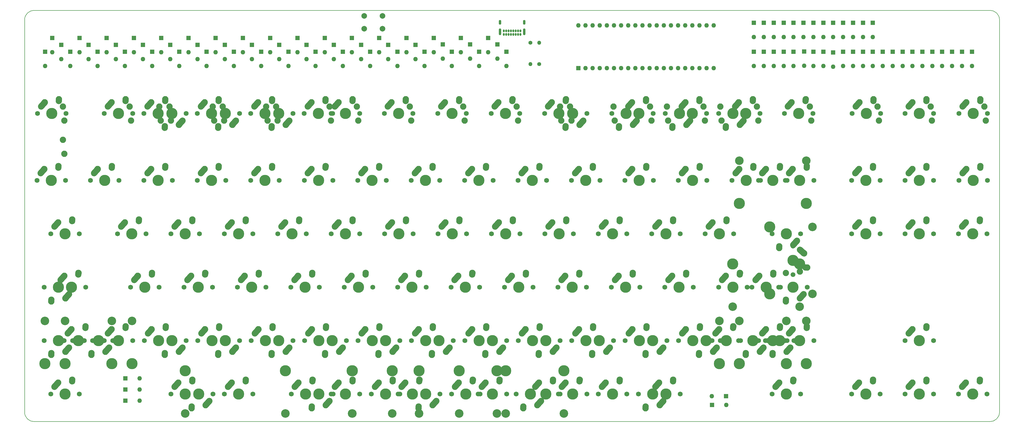
<source format=gbs>
%TF.GenerationSoftware,KiCad,Pcbnew,6.99.0-unknown-e6dc28fb2e~146~ubuntu21.10.1*%
%TF.CreationDate,2022-01-16T23:48:23-05:00*%
%TF.ProjectId,Alpsterium-pcb,416c7073-7465-4726-9975-6d2d7063622e,rev?*%
%TF.SameCoordinates,Original*%
%TF.FileFunction,Soldermask,Bot*%
%TF.FilePolarity,Negative*%
%FSLAX46Y46*%
G04 Gerber Fmt 4.6, Leading zero omitted, Abs format (unit mm)*
G04 Created by KiCad (PCBNEW 6.99.0-unknown-e6dc28fb2e~146~ubuntu21.10.1) date 2022-01-16 23:48:23*
%MOMM*%
%LPD*%
G01*
G04 APERTURE LIST*
G04 Aperture macros list*
%AMHorizOval*
0 Thick line with rounded ends*
0 $1 width*
0 $2 $3 position (X,Y) of the first rounded end (center of the circle)*
0 $4 $5 position (X,Y) of the second rounded end (center of the circle)*
0 Add line between two ends*
20,1,$1,$2,$3,$4,$5,0*
0 Add two circle primitives to create the rounded ends*
1,1,$1,$2,$3*
1,1,$1,$4,$5*%
G04 Aperture macros list end*
%TA.AperFunction,Profile*%
%ADD10C,0.150000*%
%TD*%
%ADD11C,1.750000*%
%ADD12C,3.987800*%
%ADD13HorizOval,2.250000X0.655001X0.730000X-0.655001X-0.730000X0*%
%ADD14C,2.250000*%
%ADD15HorizOval,2.250000X0.020000X0.290000X-0.020000X-0.290000X0*%
%ADD16R,1.600000X1.600000*%
%ADD17O,1.600000X1.600000*%
%ADD18C,2.000000*%
%ADD19C,1.701800*%
%ADD20C,3.048000*%
%ADD21HorizOval,2.250000X0.290000X-0.019999X-0.290000X0.019999X0*%
%ADD22HorizOval,2.250000X0.730004X-0.654995X-0.730004X0.654995X0*%
%ADD23O,0.650000X1.000000*%
%ADD24O,0.900000X2.400000*%
%ADD25O,0.900000X1.700000*%
%ADD26C,1.400000*%
%ADD27O,1.400000X1.400000*%
%ADD28HorizOval,2.250000X-0.655001X-0.730000X0.655001X0.730000X0*%
%ADD29HorizOval,2.250000X-0.020000X-0.290000X0.020000X0.290000X0*%
G04 APERTURE END LIST*
D10*
X40451560Y-55313500D02*
G75*
G03*
X37147501Y-58623559I2999J-3307058D01*
G01*
X384810000Y-58617560D02*
G75*
G03*
X381499941Y-55313501I-3307058J-2999D01*
G01*
X381505940Y-201930000D02*
G75*
G03*
X384809999Y-198619941I-2999J3307058D01*
G01*
X384810000Y-58617560D02*
X384809999Y-198619941D01*
X37147500Y-198625940D02*
X37147501Y-58623559D01*
X381505940Y-201930000D02*
X40457559Y-201929999D01*
X40451560Y-55313500D02*
X381499941Y-55313500D01*
X37147500Y-198625940D02*
G75*
G03*
X40457559Y-201929999I3307058J2999D01*
G01*
D11*
X60634900Y-115887500D03*
D12*
X65714900Y-115887500D03*
D11*
X70794900Y-115887500D03*
D13*
X62559901Y-112617500D03*
D14*
X63214900Y-111887500D03*
D15*
X68234900Y-111097500D03*
D14*
X68254900Y-110807500D03*
D11*
X203676300Y-134937500D03*
D12*
X208756300Y-134937500D03*
D11*
X213836300Y-134937500D03*
D13*
X205601301Y-131667500D03*
D14*
X206256300Y-130937500D03*
D15*
X211276300Y-130147500D03*
D14*
X211296300Y-129857500D03*
D16*
X321967200Y-70054900D03*
D17*
X321967200Y-75134900D03*
D16*
X108530600Y-67574700D03*
D17*
X108530600Y-72654700D03*
D16*
X297229700Y-70054900D03*
D17*
X297229700Y-75134900D03*
D16*
X371442200Y-70054900D03*
D17*
X371442200Y-75134900D03*
D16*
X336102900Y-70054900D03*
D17*
X336102900Y-75134900D03*
D16*
X339636800Y-59680500D03*
D17*
X339636800Y-64760500D03*
D16*
X46981400Y-65094400D03*
D17*
X46981400Y-70174400D03*
D16*
X89094000Y-67574700D03*
D17*
X89094000Y-72654700D03*
D16*
X105291200Y-65094400D03*
D17*
X105291200Y-70174400D03*
D16*
X121488400Y-70054900D03*
D17*
X121488400Y-75134900D03*
D16*
X137685500Y-67574700D03*
D17*
X137685500Y-72654700D03*
D16*
X170079900Y-70054900D03*
D17*
X170079900Y-75134900D03*
D16*
X202474200Y-65094400D03*
D17*
X202474200Y-70174400D03*
D16*
X304297600Y-70054900D03*
D17*
X304297600Y-75134900D03*
D16*
X304297600Y-59680500D03*
D17*
X304297600Y-64760500D03*
D16*
X300763600Y-70054900D03*
D17*
X300763600Y-75134900D03*
D16*
X300763600Y-59680500D03*
D17*
X300763600Y-64760500D03*
D16*
X297229700Y-59680500D03*
D17*
X297229700Y-64760500D03*
D16*
X336102900Y-59680500D03*
D17*
X336102900Y-64760500D03*
D16*
X374976100Y-70054900D03*
D17*
X374976100Y-75134900D03*
D16*
X50220800Y-67574700D03*
D17*
X50220800Y-72654700D03*
D16*
X72896900Y-70054900D03*
D17*
X72896900Y-75134900D03*
D16*
X85854600Y-65094400D03*
D17*
X85854600Y-70174400D03*
D16*
X102051800Y-70054900D03*
D17*
X102051800Y-75134900D03*
D16*
X118248900Y-67574700D03*
D17*
X118248900Y-72654700D03*
D16*
X134446100Y-65094400D03*
D17*
X134446100Y-70174400D03*
D16*
X153882700Y-65094400D03*
D17*
X153882700Y-70174400D03*
D16*
X166840400Y-67574700D03*
D17*
X166840400Y-72654700D03*
D16*
X173319300Y-65094400D03*
D17*
X173319300Y-70174400D03*
D16*
X189516500Y-70054900D03*
D17*
X189516500Y-75134900D03*
D16*
X205713700Y-67373500D03*
D17*
X205713700Y-72453500D03*
D16*
X307831500Y-59680500D03*
D17*
X307831500Y-64760500D03*
D16*
X332569000Y-70054900D03*
D17*
X332569000Y-75134900D03*
D16*
X360840400Y-70054900D03*
D17*
X360840400Y-75134900D03*
D16*
X364374300Y-70054900D03*
D17*
X364374300Y-75134900D03*
D16*
X367908200Y-70054900D03*
D17*
X367908200Y-75134900D03*
D16*
X53460300Y-70054900D03*
D17*
X53460300Y-75134900D03*
D16*
X76136300Y-65094400D03*
D17*
X76136300Y-70174400D03*
D16*
X92333500Y-70054900D03*
D17*
X92333500Y-75134900D03*
D16*
X124727800Y-65094400D03*
D17*
X124727800Y-70174400D03*
D16*
X140925000Y-70054900D03*
D17*
X140925000Y-75134900D03*
D16*
X157122100Y-67574700D03*
D17*
X157122100Y-72654700D03*
D16*
X176558700Y-67574700D03*
D17*
X176558700Y-72654700D03*
D16*
X186277000Y-67373500D03*
D17*
X186277000Y-72453500D03*
D16*
X192755900Y-65094400D03*
D17*
X192755900Y-70174400D03*
D16*
X307831500Y-70054900D03*
D17*
X307831500Y-75134900D03*
D16*
X321967200Y-59680500D03*
D17*
X321967200Y-64760500D03*
D16*
X325501100Y-59680500D03*
D17*
X325501100Y-64760500D03*
D16*
X332569000Y-59680500D03*
D17*
X332569000Y-64760500D03*
D16*
X350238600Y-70054900D03*
D17*
X350238600Y-75134900D03*
D16*
X353772500Y-70054900D03*
D17*
X353772500Y-75134900D03*
D16*
X357306400Y-70054900D03*
D17*
X357306400Y-75134900D03*
D16*
X56699700Y-65094400D03*
D17*
X56699700Y-70174400D03*
D16*
X79375700Y-67574700D03*
D17*
X79375700Y-72654700D03*
D16*
X95572900Y-65094400D03*
D17*
X95572900Y-70174400D03*
D16*
X111770100Y-70054900D03*
D17*
X111770100Y-75134900D03*
D16*
X127967200Y-67574700D03*
D17*
X127967200Y-72654700D03*
D16*
X144164400Y-65094400D03*
D17*
X144164400Y-70174400D03*
D16*
X160361600Y-70054900D03*
D17*
X160361600Y-75134900D03*
D16*
X179798200Y-70054900D03*
D17*
X179798200Y-75134900D03*
D16*
X195995300Y-67373500D03*
D17*
X195995300Y-72453500D03*
D16*
X208953100Y-70054900D03*
D17*
X208953100Y-75134900D03*
D16*
X311365400Y-59680500D03*
D17*
X311365400Y-64760500D03*
D16*
X318433300Y-70054900D03*
D17*
X318433300Y-75134900D03*
D16*
X329035000Y-70054900D03*
D17*
X329035000Y-75134900D03*
D16*
X59939100Y-67574700D03*
D17*
X59939100Y-72654700D03*
D16*
X82615200Y-70054900D03*
D17*
X82615200Y-75134900D03*
D16*
X98812300Y-67574700D03*
D17*
X98812300Y-72654700D03*
D16*
X115009500Y-65094400D03*
D17*
X115009500Y-70174400D03*
D16*
X131206700Y-70054900D03*
D17*
X131206700Y-75134900D03*
D16*
X147403800Y-67574700D03*
D17*
X147403800Y-72654700D03*
D16*
X163601000Y-65094400D03*
D17*
X163601000Y-70174400D03*
D16*
X183037600Y-65094400D03*
D17*
X183037600Y-70174400D03*
D16*
X199234800Y-70054900D03*
D17*
X199234800Y-75134900D03*
D16*
X311365400Y-70054900D03*
D17*
X311365400Y-75134900D03*
D16*
X318433300Y-59680500D03*
D17*
X318433300Y-64760500D03*
D16*
X329035000Y-59680500D03*
D17*
X329035000Y-64760500D03*
D16*
X346704700Y-70054900D03*
D17*
X346704700Y-75134900D03*
D16*
X63178600Y-70054900D03*
D17*
X63178600Y-75134900D03*
D16*
X66418000Y-65094400D03*
D17*
X66418000Y-70174400D03*
D16*
X69657400Y-67574700D03*
D17*
X69657400Y-72654700D03*
D16*
X150643300Y-70054900D03*
D17*
X150643300Y-75134900D03*
D16*
X314899300Y-59680500D03*
D17*
X314899300Y-64760500D03*
D16*
X339636800Y-70054900D03*
D17*
X339636800Y-75134900D03*
D16*
X343170700Y-70054900D03*
D17*
X343170700Y-75134900D03*
D18*
X158284600Y-57289700D03*
X164784600Y-57289700D03*
X158284600Y-61789700D03*
X164784600Y-61789700D03*
D11*
X41751300Y-92075000D03*
D12*
X46831300Y-92075000D03*
D11*
X51911300Y-92075000D03*
D13*
X43676301Y-88805000D03*
D14*
X44331300Y-88075000D03*
D15*
X49351300Y-87285000D03*
D14*
X49371300Y-86995000D03*
D11*
X79715400Y-92075000D03*
D12*
X84795400Y-92075000D03*
D11*
X89875400Y-92075000D03*
D13*
X81640401Y-88805000D03*
D14*
X82295400Y-88075000D03*
D15*
X87315400Y-87285000D03*
D14*
X87335400Y-86995000D03*
D11*
X98755200Y-92075000D03*
D12*
X103835200Y-92075000D03*
D11*
X108915200Y-92075000D03*
D13*
X100680201Y-88805000D03*
D14*
X101335200Y-88075000D03*
D15*
X106355200Y-87285000D03*
D14*
X106375200Y-86995000D03*
D11*
X117795000Y-92075000D03*
D12*
X122875000Y-92075000D03*
D11*
X127955000Y-92075000D03*
D13*
X119720001Y-88805000D03*
D14*
X120375000Y-88075000D03*
D15*
X125395000Y-87285000D03*
D14*
X125415000Y-86995000D03*
D11*
X136840000Y-92075000D03*
D12*
X141920000Y-92075000D03*
D11*
X147000000Y-92075000D03*
D13*
X138765001Y-88805000D03*
D14*
X139420000Y-88075000D03*
D15*
X144440000Y-87285000D03*
D14*
X144460000Y-86995000D03*
D11*
X165430200Y-92075000D03*
D12*
X170510200Y-92075000D03*
D11*
X175590200Y-92075000D03*
D13*
X167355201Y-88805000D03*
D14*
X168010200Y-88075000D03*
D15*
X173030200Y-87285000D03*
D14*
X173050200Y-86995000D03*
D11*
X184480200Y-92075000D03*
D12*
X189560200Y-92075000D03*
D11*
X194640200Y-92075000D03*
D13*
X186405201Y-88805000D03*
D14*
X187060200Y-88075000D03*
D15*
X192080200Y-87285000D03*
D14*
X192100200Y-86995000D03*
D11*
X203520000Y-92075000D03*
D12*
X208600000Y-92075000D03*
D11*
X213680000Y-92075000D03*
D13*
X205445001Y-88805000D03*
D14*
X206100000Y-88075000D03*
D15*
X211120000Y-87285000D03*
D14*
X211140000Y-86995000D03*
D11*
X222559900Y-92075000D03*
D12*
X227639900Y-92075000D03*
D11*
X232719900Y-92075000D03*
D13*
X224484901Y-88805000D03*
D14*
X225139900Y-88075000D03*
D15*
X230159900Y-87285000D03*
D14*
X230179900Y-86995000D03*
D11*
X251150100Y-92075000D03*
D12*
X256230100Y-92075000D03*
D11*
X261310100Y-92075000D03*
D13*
X253075101Y-88805000D03*
D14*
X253730100Y-88075000D03*
D15*
X258750100Y-87285000D03*
D14*
X258770100Y-86995000D03*
D11*
X270190000Y-92075000D03*
D12*
X275270000Y-92075000D03*
D11*
X280350000Y-92075000D03*
D13*
X272115001Y-88805000D03*
D14*
X272770000Y-88075000D03*
D15*
X277790000Y-87285000D03*
D14*
X277810000Y-86995000D03*
D11*
X289234900Y-92075000D03*
D12*
X294314900Y-92075000D03*
D11*
X299394900Y-92075000D03*
D13*
X291159901Y-88805000D03*
D14*
X291814900Y-88075000D03*
D15*
X296834900Y-87285000D03*
D14*
X296854900Y-86995000D03*
D11*
X308075000Y-92075000D03*
D12*
X313155000Y-92075000D03*
D11*
X318235000Y-92075000D03*
D13*
X310000001Y-88805000D03*
D14*
X310655000Y-88075000D03*
D15*
X315675000Y-87285000D03*
D14*
X315695000Y-86995000D03*
D11*
X332263800Y-92075000D03*
D12*
X337343800Y-92075000D03*
D11*
X342423800Y-92075000D03*
D13*
X334188801Y-88805000D03*
D14*
X334843800Y-88075000D03*
D15*
X339863800Y-87285000D03*
D14*
X339883800Y-86995000D03*
D11*
X351155000Y-92075000D03*
D12*
X356235000Y-92075000D03*
D11*
X361315000Y-92075000D03*
D13*
X353080001Y-88805000D03*
D14*
X353735000Y-88075000D03*
D15*
X358755000Y-87285000D03*
D14*
X358775000Y-86995000D03*
D11*
X370363800Y-92075000D03*
D12*
X375443800Y-92075000D03*
D11*
X380523800Y-92075000D03*
D13*
X372288801Y-88805000D03*
D14*
X372943800Y-88075000D03*
D15*
X377963800Y-87285000D03*
D14*
X377983800Y-86995000D03*
D11*
X41584900Y-115887500D03*
D12*
X46664900Y-115887500D03*
D11*
X51744900Y-115887500D03*
D13*
X43509901Y-112617500D03*
D14*
X44164900Y-111887500D03*
D15*
X49184900Y-111097500D03*
D14*
X49204900Y-110807500D03*
D11*
X79684900Y-115887500D03*
D12*
X84764900Y-115887500D03*
D11*
X89844900Y-115887500D03*
D13*
X81609901Y-112617500D03*
D14*
X82264900Y-111887500D03*
D15*
X87284900Y-111097500D03*
D14*
X87304900Y-110807500D03*
D11*
X98740000Y-115887500D03*
D12*
X103820000Y-115887500D03*
D11*
X108900000Y-115887500D03*
D13*
X100665001Y-112617500D03*
D14*
X101320000Y-111887500D03*
D15*
X106340000Y-111097500D03*
D14*
X106360000Y-110807500D03*
D11*
X117815400Y-115887500D03*
D12*
X122895400Y-115887500D03*
D11*
X127975400Y-115887500D03*
D13*
X119740401Y-112617500D03*
D14*
X120395400Y-111887500D03*
D15*
X125415400Y-111097500D03*
D14*
X125435400Y-110807500D03*
D11*
X136885700Y-115887500D03*
D12*
X141965700Y-115887500D03*
D11*
X147045700Y-115887500D03*
D13*
X138810701Y-112617500D03*
D14*
X139465700Y-111887500D03*
D15*
X144485700Y-111097500D03*
D14*
X144505700Y-110807500D03*
D11*
X155961100Y-115887500D03*
D12*
X161041100Y-115887500D03*
D11*
X166121100Y-115887500D03*
D13*
X157886101Y-112617500D03*
D14*
X158541100Y-111887500D03*
D15*
X163561100Y-111097500D03*
D14*
X163581100Y-110807500D03*
D11*
X175036500Y-115887500D03*
D12*
X180116500Y-115887500D03*
D11*
X185196500Y-115887500D03*
D13*
X176961501Y-112617500D03*
D14*
X177616500Y-111887500D03*
D15*
X182636500Y-111097500D03*
D14*
X182656500Y-110807500D03*
D11*
X194076300Y-115887500D03*
D12*
X199156300Y-115887500D03*
D11*
X204236300Y-115887500D03*
D13*
X196001301Y-112617500D03*
D14*
X196656300Y-111887500D03*
D15*
X201676300Y-111097500D03*
D14*
X201696300Y-110807500D03*
D11*
X213116200Y-115887500D03*
D12*
X218196200Y-115887500D03*
D11*
X223276200Y-115887500D03*
D13*
X215041201Y-112617500D03*
D14*
X215696200Y-111887500D03*
D15*
X220716200Y-111097500D03*
D14*
X220736200Y-110807500D03*
D11*
X232181400Y-115887500D03*
D12*
X237261400Y-115887500D03*
D11*
X242341400Y-115887500D03*
D13*
X234106401Y-112617500D03*
D14*
X234761400Y-111887500D03*
D15*
X239781400Y-111097500D03*
D14*
X239801400Y-110807500D03*
D11*
X251206000Y-115887500D03*
D12*
X256286000Y-115887500D03*
D11*
X261366000Y-115887500D03*
D13*
X253131001Y-112617500D03*
D14*
X253786000Y-111887500D03*
D15*
X258806000Y-111097500D03*
D14*
X258826000Y-110807500D03*
D11*
X270261100Y-115887500D03*
D12*
X275341100Y-115887500D03*
D11*
X280421100Y-115887500D03*
D13*
X272186101Y-112617500D03*
D14*
X272841100Y-111887500D03*
D15*
X277861100Y-111097500D03*
D14*
X277881100Y-110807500D03*
D11*
X289401300Y-115887500D03*
D12*
X294481300Y-115887500D03*
D11*
X299561300Y-115887500D03*
D13*
X291326301Y-112617500D03*
D14*
X291981300Y-111887500D03*
D15*
X297001300Y-111097500D03*
D14*
X297021300Y-110807500D03*
D11*
X332084700Y-115887500D03*
D12*
X337164700Y-115887500D03*
D11*
X342244700Y-115887500D03*
D13*
X334009701Y-112617500D03*
D14*
X334664700Y-111887500D03*
D15*
X339684700Y-111097500D03*
D14*
X339704700Y-110807500D03*
D11*
X351149900Y-115887500D03*
D12*
X356229900Y-115887500D03*
D11*
X361309900Y-115887500D03*
D13*
X353074901Y-112617500D03*
D14*
X353729900Y-111887500D03*
D15*
X358749900Y-111097500D03*
D14*
X358769900Y-110807500D03*
D11*
X370363800Y-115887500D03*
D12*
X375443800Y-115887500D03*
D11*
X380523800Y-115887500D03*
D13*
X372288801Y-112617500D03*
D14*
X372943800Y-111887500D03*
D15*
X377963800Y-111097500D03*
D14*
X377983800Y-110807500D03*
D11*
X46513800Y-134937500D03*
D12*
X51593800Y-134937500D03*
D11*
X56673800Y-134937500D03*
D13*
X48438801Y-131667500D03*
D14*
X49093800Y-130937500D03*
D15*
X54113800Y-130147500D03*
D14*
X54133800Y-129857500D03*
D11*
X70326300Y-134937500D03*
D12*
X75406300Y-134937500D03*
D11*
X80486300Y-134937500D03*
D13*
X72251301Y-131667500D03*
D14*
X72906300Y-130937500D03*
D15*
X77926300Y-130147500D03*
D14*
X77946300Y-129857500D03*
D11*
X89376300Y-134937500D03*
D12*
X94456300Y-134937500D03*
D11*
X99536300Y-134937500D03*
D13*
X91301301Y-131667500D03*
D14*
X91956300Y-130937500D03*
D15*
X96976300Y-130147500D03*
D14*
X96996300Y-129857500D03*
D11*
X108426300Y-134937500D03*
D12*
X113506300Y-134937500D03*
D11*
X118586300Y-134937500D03*
D13*
X110351301Y-131667500D03*
D14*
X111006300Y-130937500D03*
D15*
X116026300Y-130147500D03*
D14*
X116046300Y-129857500D03*
D11*
X127476300Y-134937500D03*
D12*
X132556300Y-134937500D03*
D11*
X137636300Y-134937500D03*
D13*
X129401301Y-131667500D03*
D14*
X130056300Y-130937500D03*
D15*
X135076300Y-130147500D03*
D14*
X135096300Y-129857500D03*
D11*
X146526300Y-134937500D03*
D12*
X151606300Y-134937500D03*
D11*
X156686300Y-134937500D03*
D13*
X148451301Y-131667500D03*
D14*
X149106300Y-130937500D03*
D15*
X154126300Y-130147500D03*
D14*
X154146300Y-129857500D03*
D11*
X165576300Y-134937500D03*
D12*
X170656300Y-134937500D03*
D11*
X175736300Y-134937500D03*
D13*
X167501301Y-131667500D03*
D14*
X168156300Y-130937500D03*
D15*
X173176300Y-130147500D03*
D14*
X173196300Y-129857500D03*
D11*
X184626300Y-134937500D03*
D12*
X189706300Y-134937500D03*
D11*
X194786300Y-134937500D03*
D13*
X186551301Y-131667500D03*
D14*
X187206300Y-130937500D03*
D15*
X192226300Y-130147500D03*
D14*
X192246300Y-129857500D03*
D11*
X222726300Y-134937500D03*
D12*
X227806300Y-134937500D03*
D11*
X232886300Y-134937500D03*
D13*
X224651301Y-131667500D03*
D14*
X225306300Y-130937500D03*
D15*
X230326300Y-130147500D03*
D14*
X230346300Y-129857500D03*
D11*
X241776300Y-134937500D03*
D12*
X246856300Y-134937500D03*
D11*
X251936300Y-134937500D03*
D13*
X243701301Y-131667500D03*
D14*
X244356300Y-130937500D03*
D15*
X249376300Y-130147500D03*
D14*
X249396300Y-129857500D03*
D11*
X260826300Y-134937500D03*
D12*
X265906300Y-134937500D03*
D11*
X270986300Y-134937500D03*
D13*
X262751301Y-131667500D03*
D14*
X263406300Y-130937500D03*
D15*
X268426300Y-130147500D03*
D14*
X268446300Y-129857500D03*
D11*
X279876300Y-134937500D03*
D12*
X284956300Y-134937500D03*
D11*
X290036300Y-134937500D03*
D13*
X281801301Y-131667500D03*
D14*
X282456300Y-130937500D03*
D15*
X287476300Y-130147500D03*
D14*
X287496300Y-129857500D03*
D12*
X302895000Y-132524500D03*
X302895000Y-156400500D03*
D19*
X311150000Y-139382500D03*
D12*
X311150000Y-144462500D03*
D19*
X311150000Y-149542500D03*
D20*
X318135000Y-132524500D03*
X318135000Y-156400500D03*
D14*
X313650000Y-148462500D03*
D21*
X315940000Y-146982499D03*
D14*
X316230000Y-147002500D03*
X308650000Y-148962500D03*
D22*
X314420004Y-141307495D03*
D14*
X315150000Y-141962500D03*
D11*
X332094800Y-134937500D03*
D12*
X337174800Y-134937500D03*
D11*
X342254800Y-134937500D03*
D13*
X334019801Y-131667500D03*
D14*
X334674800Y-130937500D03*
D15*
X339694800Y-130147500D03*
D14*
X339714800Y-129857500D03*
D11*
X351149900Y-134937500D03*
D12*
X356229900Y-134937500D03*
D11*
X361309900Y-134937500D03*
D13*
X353074901Y-131667500D03*
D14*
X353729900Y-130937500D03*
D15*
X358749900Y-130147500D03*
D14*
X358769900Y-129857500D03*
D11*
X370215200Y-134937500D03*
D12*
X375295200Y-134937500D03*
D11*
X380375200Y-134937500D03*
D13*
X372140201Y-131667500D03*
D14*
X372795200Y-130937500D03*
D15*
X377815200Y-130147500D03*
D14*
X377835200Y-129857500D03*
D11*
X48742600Y-153987500D03*
D12*
X53822600Y-153987500D03*
D11*
X58902600Y-153987500D03*
D13*
X50667601Y-150717500D03*
D14*
X51322600Y-149987500D03*
D15*
X56342600Y-149197500D03*
D14*
X56362600Y-148907500D03*
D11*
X74935100Y-153987500D03*
D12*
X80015100Y-153987500D03*
D11*
X85095100Y-153987500D03*
D13*
X76860101Y-150717500D03*
D14*
X77515100Y-149987500D03*
D15*
X82535100Y-149197500D03*
D14*
X82555100Y-148907500D03*
D11*
X93969800Y-153987500D03*
D12*
X99049800Y-153987500D03*
D11*
X104129800Y-153987500D03*
D13*
X95894801Y-150717500D03*
D14*
X96549800Y-149987500D03*
D15*
X101569800Y-149197500D03*
D14*
X101589800Y-148907500D03*
D11*
X113040200Y-153987500D03*
D12*
X118120200Y-153987500D03*
D11*
X123200200Y-153987500D03*
D13*
X114965201Y-150717500D03*
D14*
X115620200Y-149987500D03*
D15*
X120640200Y-149197500D03*
D14*
X120660200Y-148907500D03*
D11*
X132085100Y-153987500D03*
D12*
X137165100Y-153987500D03*
D11*
X142245100Y-153987500D03*
D13*
X134010101Y-150717500D03*
D14*
X134665100Y-149987500D03*
D15*
X139685100Y-149197500D03*
D14*
X139705100Y-148907500D03*
D11*
X151140200Y-153987500D03*
D12*
X156220200Y-153987500D03*
D11*
X161300200Y-153987500D03*
D13*
X153065201Y-150717500D03*
D14*
X153720200Y-149987500D03*
D15*
X158740200Y-149197500D03*
D14*
X158760200Y-148907500D03*
D11*
X170174900Y-153987500D03*
D12*
X175254900Y-153987500D03*
D11*
X180334900Y-153987500D03*
D13*
X172099901Y-150717500D03*
D14*
X172754900Y-149987500D03*
D15*
X177774900Y-149197500D03*
D14*
X177794900Y-148907500D03*
D11*
X189219800Y-153987500D03*
D12*
X194299800Y-153987500D03*
D11*
X199379800Y-153987500D03*
D13*
X191144801Y-150717500D03*
D14*
X191799800Y-149987500D03*
D15*
X196819800Y-149197500D03*
D14*
X196839800Y-148907500D03*
D11*
X208280000Y-153987500D03*
D12*
X213360000Y-153987500D03*
D11*
X218440000Y-153987500D03*
D13*
X210205001Y-150717500D03*
D14*
X210860000Y-149987500D03*
D15*
X215880000Y-149197500D03*
D14*
X215900000Y-148907500D03*
D11*
X227330000Y-153987500D03*
D12*
X232410000Y-153987500D03*
D11*
X237490000Y-153987500D03*
D13*
X229255001Y-150717500D03*
D14*
X229910000Y-149987500D03*
D15*
X234930000Y-149197500D03*
D14*
X234950000Y-148907500D03*
D11*
X246380000Y-153987500D03*
D12*
X251460000Y-153987500D03*
D11*
X256540000Y-153987500D03*
D13*
X248305001Y-150717500D03*
D14*
X248960000Y-149987500D03*
D15*
X253980000Y-149197500D03*
D14*
X254000000Y-148907500D03*
D11*
X265455400Y-153987500D03*
D12*
X270535400Y-153987500D03*
D11*
X275615400Y-153987500D03*
D13*
X267380401Y-150717500D03*
D14*
X268035400Y-149987500D03*
D15*
X273055400Y-149197500D03*
D14*
X273075400Y-148907500D03*
D11*
X284638800Y-153987500D03*
D12*
X289718800Y-153987500D03*
D11*
X294798800Y-153987500D03*
D13*
X286563801Y-150717500D03*
D14*
X287218800Y-149987500D03*
D15*
X292238800Y-149197500D03*
D14*
X292258800Y-148907500D03*
D20*
X44418300Y-166052500D03*
D12*
X44418300Y-181292500D03*
D11*
X51276300Y-173037500D03*
D12*
X56356300Y-173037500D03*
D11*
X61436300Y-173037500D03*
D20*
X68294300Y-166052500D03*
D12*
X68294300Y-181292500D03*
D13*
X53201301Y-169767500D03*
D14*
X53856300Y-169037500D03*
D15*
X58876300Y-168247500D03*
D14*
X58896300Y-167957500D03*
D11*
X79851300Y-173037500D03*
D12*
X84931300Y-173037500D03*
D11*
X90011300Y-173037500D03*
D13*
X81776301Y-169767500D03*
D14*
X82431300Y-169037500D03*
D15*
X87451300Y-168247500D03*
D14*
X87471300Y-167957500D03*
D11*
X98901300Y-173037500D03*
D12*
X103981300Y-173037500D03*
D11*
X109061300Y-173037500D03*
D13*
X100826301Y-169767500D03*
D14*
X101481300Y-169037500D03*
D15*
X106501300Y-168247500D03*
D14*
X106521300Y-167957500D03*
D11*
X117951300Y-173037500D03*
D12*
X123031300Y-173037500D03*
D11*
X128111300Y-173037500D03*
D13*
X119876301Y-169767500D03*
D14*
X120531300Y-169037500D03*
D15*
X125551300Y-168247500D03*
D14*
X125571300Y-167957500D03*
D11*
X137001300Y-173037500D03*
D12*
X142081300Y-173037500D03*
D11*
X147161300Y-173037500D03*
D13*
X138926301Y-169767500D03*
D14*
X139581300Y-169037500D03*
D15*
X144601300Y-168247500D03*
D14*
X144621300Y-167957500D03*
D11*
X156051300Y-173037500D03*
D12*
X161131300Y-173037500D03*
D11*
X166211300Y-173037500D03*
D13*
X157976301Y-169767500D03*
D14*
X158631300Y-169037500D03*
D15*
X163651300Y-168247500D03*
D14*
X163671300Y-167957500D03*
D11*
X175101300Y-173037500D03*
D12*
X180181300Y-173037500D03*
D11*
X185261300Y-173037500D03*
D13*
X177026301Y-169767500D03*
D14*
X177681300Y-169037500D03*
D15*
X182701300Y-168247500D03*
D14*
X182721300Y-167957500D03*
D11*
X194151300Y-173037500D03*
D12*
X199231300Y-173037500D03*
D11*
X204311300Y-173037500D03*
D13*
X196076301Y-169767500D03*
D14*
X196731300Y-169037500D03*
D15*
X201751300Y-168247500D03*
D14*
X201771300Y-167957500D03*
D11*
X213201300Y-173037500D03*
D12*
X218281300Y-173037500D03*
D11*
X223361300Y-173037500D03*
D13*
X215126301Y-169767500D03*
D14*
X215781300Y-169037500D03*
D15*
X220801300Y-168247500D03*
D14*
X220821300Y-167957500D03*
D11*
X232251300Y-173037500D03*
D12*
X237331300Y-173037500D03*
D11*
X242411300Y-173037500D03*
D13*
X234176301Y-169767500D03*
D14*
X234831300Y-169037500D03*
D15*
X239851300Y-168247500D03*
D14*
X239871300Y-167957500D03*
D11*
X251301300Y-173037500D03*
D12*
X256381300Y-173037500D03*
D11*
X261461300Y-173037500D03*
D13*
X253226301Y-169767500D03*
D14*
X253881300Y-169037500D03*
D15*
X258901300Y-168247500D03*
D14*
X258921300Y-167957500D03*
D11*
X351155000Y-173037500D03*
D12*
X356235000Y-173037500D03*
D11*
X361315000Y-173037500D03*
D13*
X353080001Y-169767500D03*
D14*
X353735000Y-169037500D03*
D15*
X358755000Y-168247500D03*
D14*
X358775000Y-167957500D03*
D11*
X46513800Y-192087500D03*
D12*
X51593800Y-192087500D03*
D11*
X56673800Y-192087500D03*
D13*
X48438801Y-188817500D03*
D14*
X49093800Y-188087500D03*
D15*
X54113800Y-187297500D03*
D14*
X54133800Y-187007500D03*
D11*
X132238800Y-192087500D03*
D12*
X137318800Y-192087500D03*
D11*
X142398800Y-192087500D03*
D13*
X134163801Y-188817500D03*
D14*
X134818800Y-188087500D03*
D15*
X139838800Y-187297500D03*
D14*
X139858800Y-187007500D03*
D11*
X89376300Y-192087500D03*
D12*
X94456300Y-192087500D03*
D11*
X99536300Y-192087500D03*
D13*
X91301301Y-188817500D03*
D14*
X91956300Y-188087500D03*
D15*
X96976300Y-187297500D03*
D14*
X96996300Y-187007500D03*
D11*
X108426300Y-192087500D03*
D12*
X113506300Y-192087500D03*
D11*
X118586300Y-192087500D03*
D13*
X110351301Y-188817500D03*
D14*
X111006300Y-188087500D03*
D15*
X116026300Y-187297500D03*
D14*
X116046300Y-187007500D03*
D11*
X217963800Y-192087500D03*
D12*
X223043800Y-192087500D03*
D11*
X228123800Y-192087500D03*
D13*
X219888801Y-188817500D03*
D14*
X220543800Y-188087500D03*
D15*
X225563800Y-187297500D03*
D14*
X225583800Y-187007500D03*
D11*
X189388800Y-192087500D03*
D12*
X194468800Y-192087500D03*
D11*
X199548800Y-192087500D03*
D13*
X191313801Y-188817500D03*
D14*
X191968800Y-188087500D03*
D15*
X196988800Y-187297500D03*
D14*
X197008800Y-187007500D03*
D11*
X260826300Y-192087500D03*
D12*
X265906300Y-192087500D03*
D11*
X270986300Y-192087500D03*
D13*
X262751301Y-188817500D03*
D14*
X263406300Y-188087500D03*
D15*
X268426300Y-187297500D03*
D14*
X268446300Y-187007500D03*
D11*
X303688800Y-192087500D03*
D12*
X308768800Y-192087500D03*
D11*
X313848800Y-192087500D03*
D13*
X305613801Y-188817500D03*
D14*
X306268800Y-188087500D03*
D15*
X311288800Y-187297500D03*
D14*
X311308800Y-187007500D03*
D11*
X332110100Y-192087500D03*
D12*
X337190100Y-192087500D03*
D11*
X342270100Y-192087500D03*
D13*
X334035101Y-188817500D03*
D14*
X334690100Y-188087500D03*
D15*
X339710100Y-187297500D03*
D14*
X339730100Y-187007500D03*
D11*
X351149900Y-192087500D03*
D12*
X356229900Y-192087500D03*
D11*
X361309900Y-192087500D03*
D13*
X353074901Y-188817500D03*
D14*
X353729900Y-188087500D03*
D15*
X358749900Y-187297500D03*
D14*
X358769900Y-187007500D03*
D11*
X370205000Y-192087500D03*
D12*
X375285000Y-192087500D03*
D11*
X380365000Y-192087500D03*
D13*
X372130001Y-188817500D03*
D14*
X372785000Y-188087500D03*
D15*
X377805000Y-187297500D03*
D14*
X377825000Y-187007500D03*
D23*
X213991300Y-63897700D03*
X213141300Y-63897700D03*
X212291300Y-63897700D03*
X211441300Y-63897700D03*
X210591300Y-63897700D03*
X209741300Y-63897700D03*
X208891300Y-63897700D03*
X208041300Y-63897700D03*
X208036300Y-62572700D03*
X208886300Y-62572700D03*
X209736300Y-62572700D03*
X210586300Y-62572700D03*
X211436300Y-62572700D03*
X212286300Y-62572700D03*
X213136300Y-62572700D03*
X213991300Y-62572700D03*
D24*
X215341300Y-62917700D03*
D25*
X215341300Y-59537700D03*
D24*
X206691300Y-62917700D03*
D25*
X206691300Y-59537700D03*
D20*
X292068300Y-166052500D03*
D12*
X292068300Y-181292500D03*
D11*
X298926300Y-173037500D03*
D12*
X304006300Y-173037500D03*
D11*
X309086300Y-173037500D03*
D20*
X315944300Y-166052500D03*
D12*
X315944300Y-181292500D03*
D13*
X300851301Y-169767500D03*
D14*
X301506300Y-169037500D03*
D15*
X306526300Y-168247500D03*
D14*
X306546300Y-167957500D03*
D12*
X94456300Y-183832500D03*
D20*
X94456300Y-199072500D03*
D11*
X146526300Y-192087500D03*
D12*
X151606300Y-192087500D03*
D11*
X156686300Y-192087500D03*
D12*
X208756300Y-183832500D03*
D20*
X208756300Y-199072500D03*
D13*
X148451301Y-188817500D03*
D14*
X149106300Y-188087500D03*
D15*
X154126300Y-187297500D03*
D14*
X154146300Y-187007500D03*
D26*
X217487500Y-66833700D03*
D27*
X217487500Y-74453700D03*
D12*
X75438000Y-181292500D03*
D20*
X75438000Y-166052500D03*
D11*
X68580000Y-173037500D03*
D12*
X63500000Y-173037500D03*
D11*
X58420000Y-173037500D03*
D12*
X51562000Y-181292500D03*
D20*
X51562000Y-166052500D03*
D28*
X66654999Y-176307500D03*
D14*
X66000000Y-177037500D03*
D29*
X60980000Y-177827500D03*
D14*
X60960000Y-178117500D03*
X193560200Y-89575000D03*
X194060200Y-94575000D03*
D11*
X113823800Y-173037500D03*
D12*
X108743800Y-173037500D03*
D11*
X103663800Y-173037500D03*
D28*
X111898799Y-176307500D03*
D14*
X111243800Y-177037500D03*
D29*
X106223800Y-177827500D03*
D14*
X106203800Y-178117500D03*
X145920000Y-89575000D03*
X146420000Y-94575000D03*
D16*
X234637500Y-75887500D03*
D17*
X237177500Y-75887500D03*
X239717500Y-75887500D03*
X242257500Y-75887500D03*
X244797500Y-75887500D03*
X247337500Y-75887500D03*
X249877500Y-75887500D03*
X252417500Y-75887500D03*
X254957500Y-75887500D03*
X257497500Y-75887500D03*
X260037500Y-75887500D03*
X262577500Y-75887500D03*
X265117500Y-75887500D03*
X267657500Y-75887500D03*
X270197500Y-75887500D03*
X272737500Y-75887500D03*
X275277500Y-75887500D03*
X277817500Y-75887500D03*
X280357500Y-75887500D03*
X282897500Y-75887500D03*
X282897500Y-60647500D03*
X280357500Y-60647500D03*
X277817500Y-60647500D03*
X275277500Y-60647500D03*
X272737500Y-60647500D03*
X270197500Y-60647500D03*
X267657500Y-60647500D03*
X265117500Y-60647500D03*
X262577500Y-60647500D03*
X260037500Y-60647500D03*
X257497500Y-60647500D03*
X254957500Y-60647500D03*
X252417500Y-60647500D03*
X249877500Y-60647500D03*
X247337500Y-60647500D03*
X244797500Y-60647500D03*
X242257500Y-60647500D03*
X239717500Y-60647500D03*
X237177500Y-60647500D03*
X234637500Y-60647500D03*
D14*
X317155000Y-89575000D03*
X317655000Y-94575000D03*
X126875000Y-89575000D03*
X127375000Y-94575000D03*
X231639900Y-89575000D03*
X232139900Y-94575000D03*
D11*
X308451300Y-173037500D03*
D12*
X313531300Y-173037500D03*
D11*
X318611300Y-173037500D03*
D13*
X310376301Y-169767500D03*
D14*
X311031300Y-169037500D03*
D15*
X316051300Y-168247500D03*
D14*
X316071300Y-167957500D03*
D11*
X94773800Y-173037500D03*
D12*
X89693800Y-173037500D03*
D11*
X84613800Y-173037500D03*
D28*
X92848799Y-176307500D03*
D14*
X92193800Y-177037500D03*
D29*
X87173800Y-177827500D03*
D14*
X87153800Y-178117500D03*
X247618800Y-94575000D03*
X247118800Y-89575000D03*
D11*
X170338800Y-192087500D03*
D12*
X175418800Y-192087500D03*
D11*
X180498800Y-192087500D03*
D13*
X172263801Y-188817500D03*
D14*
X172918800Y-188087500D03*
D15*
X177938800Y-187297500D03*
D14*
X177958800Y-187007500D03*
D11*
X65563800Y-173037500D03*
D12*
X70643800Y-173037500D03*
D11*
X75723800Y-173037500D03*
D13*
X67488801Y-169767500D03*
D14*
X68143800Y-169037500D03*
D15*
X73163800Y-168247500D03*
D14*
X73183800Y-167957500D03*
D11*
X285273800Y-173037500D03*
D12*
X280193800Y-173037500D03*
D11*
X275113800Y-173037500D03*
D28*
X283348799Y-176307500D03*
D14*
X282693800Y-177037500D03*
D29*
X277673800Y-177827500D03*
D14*
X277653800Y-178117500D03*
D11*
X198913800Y-192087500D03*
D12*
X203993800Y-192087500D03*
D11*
X209073800Y-192087500D03*
D13*
X200838801Y-188817500D03*
D14*
X201493800Y-188087500D03*
D15*
X206513800Y-187297500D03*
D14*
X206533800Y-187007500D03*
D11*
X65563800Y-92075000D03*
D12*
X70643800Y-92075000D03*
D11*
X75723800Y-92075000D03*
D13*
X67488801Y-88805000D03*
D14*
X68143800Y-88075000D03*
D15*
X73163800Y-87285000D03*
D14*
X73183800Y-86995000D03*
D11*
X311467500Y-173037500D03*
D12*
X306387500Y-173037500D03*
D11*
X301307500Y-173037500D03*
D28*
X309542499Y-176307500D03*
D14*
X308887500Y-177037500D03*
D29*
X303867500Y-177827500D03*
D14*
X303847500Y-178117500D03*
X85693800Y-94575000D03*
X85193800Y-89575000D03*
D11*
X113823800Y-92075000D03*
D12*
X108743800Y-92075000D03*
D11*
X103663800Y-92075000D03*
D28*
X111898799Y-95345000D03*
D14*
X111243800Y-96075000D03*
D29*
X106223800Y-96865000D03*
D14*
X106203800Y-97155000D03*
X104743800Y-94575000D03*
X104243800Y-89575000D03*
D16*
X287273800Y-192881200D03*
D17*
X282193800Y-192881200D03*
D16*
X282257500Y-196056200D03*
D17*
X287337500Y-196056200D03*
D11*
X151923800Y-173037500D03*
D12*
X146843800Y-173037500D03*
D11*
X141763800Y-173037500D03*
D28*
X149998799Y-176307500D03*
D14*
X149343800Y-177037500D03*
D29*
X144323800Y-177827500D03*
D14*
X144303800Y-178117500D03*
D16*
X73088800Y-190500000D03*
D17*
X78168800Y-190500000D03*
D11*
X241776300Y-192087500D03*
D12*
X246856300Y-192087500D03*
D11*
X251936300Y-192087500D03*
D13*
X243701301Y-188817500D03*
D14*
X244356300Y-188087500D03*
D15*
X249376300Y-187297500D03*
D14*
X249396300Y-187007500D03*
X360235000Y-89575000D03*
X360735000Y-94575000D03*
D11*
X294798800Y-92075000D03*
D12*
X289718800Y-92075000D03*
D11*
X284638800Y-92075000D03*
D28*
X292873799Y-95345000D03*
D14*
X292218800Y-96075000D03*
D29*
X287198800Y-96865000D03*
D14*
X287178800Y-97155000D03*
D20*
X292068300Y-108902500D03*
D12*
X292068300Y-124142500D03*
D11*
X298926300Y-115887500D03*
D12*
X304006300Y-115887500D03*
D11*
X309086300Y-115887500D03*
D20*
X315944300Y-108902500D03*
D12*
X315944300Y-124142500D03*
D13*
X300851301Y-112617500D03*
D14*
X301506300Y-111887500D03*
D15*
X306526300Y-111097500D03*
D14*
X306546300Y-110807500D03*
D11*
X54292500Y-153987500D03*
D12*
X49212500Y-153987500D03*
D11*
X44132500Y-153987500D03*
D28*
X52367499Y-157257500D03*
D14*
X51712500Y-157987500D03*
D29*
X46692500Y-158777500D03*
D14*
X46672500Y-159067500D03*
D11*
X266223800Y-173037500D03*
D12*
X261143800Y-173037500D03*
D11*
X256063800Y-173037500D03*
D28*
X264298799Y-176307500D03*
D14*
X263643800Y-177037500D03*
D29*
X258623800Y-177827500D03*
D14*
X258603800Y-178117500D03*
D11*
X313848800Y-134937500D03*
D12*
X308768800Y-134937500D03*
D11*
X303688800Y-134937500D03*
D28*
X311923799Y-138207500D03*
D14*
X311268800Y-138937500D03*
D29*
X306248800Y-139727500D03*
D14*
X306228800Y-140017500D03*
X279270000Y-89575000D03*
X279770000Y-94575000D03*
D11*
X282257500Y-173037500D03*
D12*
X287337500Y-173037500D03*
D11*
X292417500Y-173037500D03*
D13*
X284182501Y-169767500D03*
D14*
X284837500Y-169037500D03*
D15*
X289857500Y-168247500D03*
D14*
X289877500Y-167957500D03*
D11*
X209073800Y-173037500D03*
D12*
X203993800Y-173037500D03*
D11*
X198913800Y-173037500D03*
D28*
X207148799Y-176307500D03*
D14*
X206493800Y-177037500D03*
D29*
X201473800Y-177827500D03*
D14*
X201453800Y-178117500D03*
X298314900Y-89575000D03*
X298814900Y-94575000D03*
D16*
X73088800Y-186531200D03*
D17*
X78168800Y-186531200D03*
D11*
X160813800Y-192087500D03*
D12*
X165893800Y-192087500D03*
D11*
X170973800Y-192087500D03*
D13*
X162738801Y-188817500D03*
D14*
X163393800Y-188087500D03*
D15*
X168413800Y-187297500D03*
D14*
X168433800Y-187007500D03*
D20*
X229425500Y-199072500D03*
D12*
X229425500Y-183832500D03*
D11*
X222567500Y-192087500D03*
D12*
X217487500Y-192087500D03*
D11*
X212407500Y-192087500D03*
D20*
X205549500Y-199072500D03*
D12*
X205549500Y-183832500D03*
D28*
X220642499Y-195357500D03*
D14*
X219987500Y-196087500D03*
D29*
X214967500Y-196877500D03*
D14*
X214947500Y-197167500D03*
X50831300Y-89575000D03*
X51331300Y-94575000D03*
D12*
X289687000Y-145732500D03*
D20*
X289687000Y-160972500D03*
D11*
X296545000Y-153987500D03*
D12*
X301625000Y-153987500D03*
D11*
X306705000Y-153987500D03*
D12*
X313563000Y-145732500D03*
D20*
X313563000Y-160972500D03*
D13*
X298470001Y-150717500D03*
D14*
X299125000Y-149987500D03*
D15*
X304145000Y-149197500D03*
D14*
X304165000Y-148907500D03*
X123793800Y-94575000D03*
X123293800Y-89575000D03*
D11*
X228123800Y-173037500D03*
D12*
X223043800Y-173037500D03*
D11*
X217963800Y-173037500D03*
D28*
X226198799Y-176307500D03*
D14*
X225543800Y-177037500D03*
D29*
X220523800Y-177827500D03*
D14*
X220503800Y-178117500D03*
D11*
X54292500Y-173037500D03*
D12*
X49212500Y-173037500D03*
D11*
X44132500Y-173037500D03*
D28*
X52367499Y-176307500D03*
D14*
X51712500Y-177037500D03*
D29*
X46692500Y-177827500D03*
D14*
X46672500Y-178117500D03*
D11*
X275748800Y-92075000D03*
D12*
X270668800Y-92075000D03*
D11*
X265588800Y-92075000D03*
D28*
X273823799Y-95345000D03*
D14*
X273168800Y-96075000D03*
D29*
X268148800Y-96865000D03*
D14*
X268128800Y-97155000D03*
D11*
X308451300Y-115887500D03*
D12*
X313531300Y-115887500D03*
D11*
X318611300Y-115887500D03*
D13*
X310376301Y-112617500D03*
D14*
X311031300Y-111887500D03*
D15*
X316051300Y-111097500D03*
D14*
X316071300Y-110807500D03*
D11*
X146526300Y-92075000D03*
D12*
X151606300Y-92075000D03*
D11*
X156686300Y-92075000D03*
D13*
X148451301Y-88805000D03*
D14*
X149106300Y-88075000D03*
D15*
X154126300Y-87285000D03*
D14*
X154146300Y-86995000D03*
D20*
X154019300Y-199072500D03*
D12*
X154019300Y-183832500D03*
D11*
X147161300Y-192087500D03*
D12*
X142081300Y-192087500D03*
D11*
X137001300Y-192087500D03*
D20*
X130143300Y-199072500D03*
D12*
X130143300Y-183832500D03*
D28*
X145236299Y-195357500D03*
D14*
X144581300Y-196087500D03*
D29*
X139561300Y-196877500D03*
D14*
X139541300Y-197167500D03*
D16*
X325437500Y-70326200D03*
D17*
X325437500Y-75406200D03*
D11*
X237648800Y-92075000D03*
D12*
X232568800Y-92075000D03*
D11*
X227488800Y-92075000D03*
D28*
X235723799Y-95345000D03*
D14*
X235068800Y-96075000D03*
D29*
X230048800Y-96865000D03*
D14*
X230028800Y-97155000D03*
X174510200Y-89575000D03*
X175010200Y-94575000D03*
X228568800Y-94575000D03*
X228068800Y-89575000D03*
D11*
X247173800Y-173037500D03*
D12*
X242093800Y-173037500D03*
D11*
X237013800Y-173037500D03*
D28*
X245248799Y-176307500D03*
D14*
X244593800Y-177037500D03*
D29*
X239573800Y-177827500D03*
D14*
X239553800Y-178117500D03*
D16*
X44450000Y-70054900D03*
D17*
X44450000Y-75134900D03*
D14*
X260230100Y-89575000D03*
X260730100Y-94575000D03*
X107835200Y-89575000D03*
X108335200Y-94575000D03*
D26*
X220662500Y-74453700D03*
D27*
X220662500Y-66833700D03*
D14*
X88795400Y-89575000D03*
X89295400Y-94575000D03*
D20*
X192119300Y-199072500D03*
D12*
X192119300Y-183832500D03*
D11*
X185261300Y-192087500D03*
D12*
X180181300Y-192087500D03*
D11*
X175101300Y-192087500D03*
D20*
X168243300Y-199072500D03*
D12*
X168243300Y-183832500D03*
D28*
X183336299Y-195357500D03*
D14*
X182681300Y-196087500D03*
D29*
X177661300Y-196877500D03*
D14*
X177641300Y-197167500D03*
X50831300Y-101481200D03*
X51331300Y-106481200D03*
D11*
X227488800Y-192087500D03*
D12*
X232568800Y-192087500D03*
D11*
X237648800Y-192087500D03*
D13*
X229413801Y-188817500D03*
D14*
X230068800Y-188087500D03*
D15*
X235088800Y-187297500D03*
D14*
X235108800Y-187007500D03*
D11*
X316230000Y-153987500D03*
D12*
X311150000Y-153987500D03*
D11*
X306070000Y-153987500D03*
D28*
X314304999Y-157257500D03*
D14*
X313650000Y-157987500D03*
D29*
X308630000Y-158777500D03*
D14*
X308610000Y-159067500D03*
D11*
X104298800Y-192087500D03*
D12*
X99218800Y-192087500D03*
D11*
X94138800Y-192087500D03*
D28*
X102373799Y-195357500D03*
D14*
X101718800Y-196087500D03*
D29*
X96698800Y-196877500D03*
D14*
X96678800Y-197167500D03*
D11*
X256698800Y-92075000D03*
D12*
X251618800Y-92075000D03*
D11*
X246538800Y-92075000D03*
D28*
X254773799Y-95345000D03*
D14*
X254118800Y-96075000D03*
D29*
X249098800Y-96865000D03*
D14*
X249078800Y-97155000D03*
D11*
X170973800Y-173037500D03*
D12*
X165893800Y-173037500D03*
D11*
X160813800Y-173037500D03*
D28*
X169048799Y-176307500D03*
D14*
X168393800Y-177037500D03*
D29*
X163373800Y-177827500D03*
D14*
X163353800Y-178117500D03*
X341343800Y-89575000D03*
X341843800Y-94575000D03*
X155606300Y-89575000D03*
X156106300Y-94575000D03*
D12*
X308800500Y-181292500D03*
D20*
X308800500Y-166052500D03*
D11*
X301942500Y-173037500D03*
D12*
X296862500Y-173037500D03*
D11*
X291782500Y-173037500D03*
D12*
X284924500Y-181292500D03*
D20*
X284924500Y-166052500D03*
D28*
X300017499Y-176307500D03*
D14*
X299362500Y-177037500D03*
D29*
X294342500Y-177827500D03*
D14*
X294322500Y-178117500D03*
X379443800Y-89575000D03*
X379943800Y-94575000D03*
D11*
X190023800Y-173037500D03*
D12*
X184943800Y-173037500D03*
D11*
X179863800Y-173037500D03*
D28*
X188098799Y-176307500D03*
D14*
X187443800Y-177037500D03*
D29*
X182423800Y-177827500D03*
D14*
X182403800Y-178117500D03*
X266668800Y-94575000D03*
X266168800Y-89575000D03*
D11*
X132873800Y-173037500D03*
D12*
X127793800Y-173037500D03*
D11*
X122713800Y-173037500D03*
D28*
X130948799Y-176307500D03*
D14*
X130293800Y-177037500D03*
D29*
X125273800Y-177827500D03*
D14*
X125253800Y-178117500D03*
D16*
X73088800Y-194468700D03*
D17*
X78168800Y-194468700D03*
D12*
X153955800Y-183832500D03*
D20*
X153955800Y-199072500D03*
D11*
X160813800Y-192087500D03*
D12*
X165893800Y-192087500D03*
D11*
X170973800Y-192087500D03*
D12*
X177831800Y-183832500D03*
D20*
X177831800Y-199072500D03*
D13*
X162738801Y-188817500D03*
D14*
X163393800Y-188087500D03*
D15*
X168413800Y-187297500D03*
D14*
X168433800Y-187007500D03*
X74643800Y-89575000D03*
X75143800Y-94575000D03*
X285718800Y-94575000D03*
X285218800Y-89575000D03*
D11*
X94773800Y-92075000D03*
D12*
X89693800Y-92075000D03*
D11*
X84613800Y-92075000D03*
D28*
X92848799Y-95345000D03*
D14*
X92193800Y-96075000D03*
D29*
X87173800Y-96865000D03*
D14*
X87153800Y-97155000D03*
X212600000Y-89575000D03*
X213100000Y-94575000D03*
D16*
X315118800Y-69913700D03*
D17*
X315118800Y-74993700D03*
D11*
X266223800Y-192087500D03*
D12*
X261143800Y-192087500D03*
D11*
X256063800Y-192087500D03*
D28*
X264298799Y-195357500D03*
D14*
X263643800Y-196087500D03*
D29*
X258623800Y-196877500D03*
D14*
X258603800Y-197167500D03*
D11*
X132873800Y-92075000D03*
D12*
X127793800Y-92075000D03*
D11*
X122713800Y-92075000D03*
D28*
X130948799Y-95345000D03*
D14*
X130293800Y-96075000D03*
D29*
X125273800Y-96865000D03*
D14*
X125253800Y-97155000D03*
D11*
X270351300Y-173037500D03*
D12*
X275431300Y-173037500D03*
D11*
X280511300Y-173037500D03*
D13*
X272276301Y-169767500D03*
D14*
X272931300Y-169037500D03*
D15*
X277951300Y-168247500D03*
D14*
X277971300Y-167957500D03*
M02*

</source>
